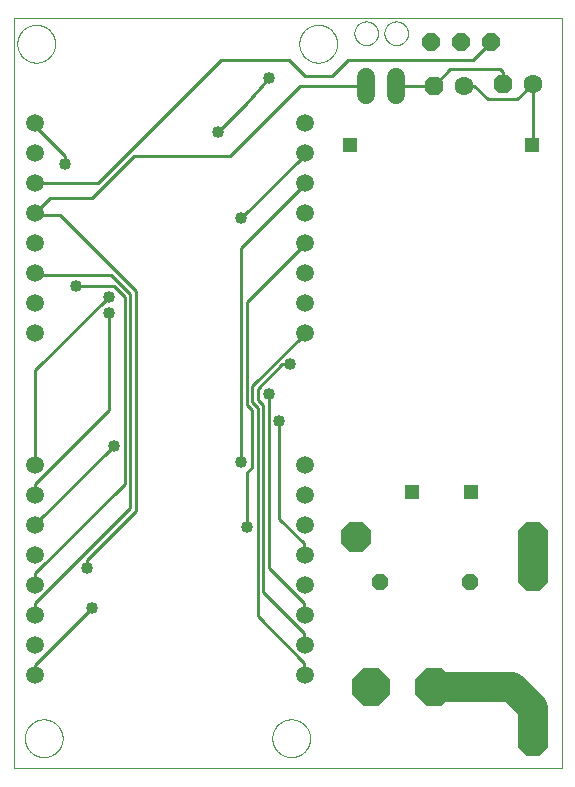
<source format=gtl>
G75*
%MOIN*%
%OFA0B0*%
%FSLAX25Y25*%
%IPPOS*%
%LPD*%
%AMOC8*
5,1,8,0,0,1.08239X$1,22.5*
%
%ADD10C,0.00000*%
%ADD11OC8,0.06300*%
%ADD12C,0.06300*%
%ADD13R,0.05150X0.05150*%
%ADD14C,0.06000*%
%ADD15C,0.05937*%
%ADD16OC8,0.12500*%
%ADD17OC8,0.05200*%
%ADD18OC8,0.10000*%
%ADD19OC8,0.06000*%
%ADD20C,0.10000*%
%ADD21C,0.01000*%
%ADD22C,0.04000*%
D10*
X0001000Y0001250D02*
X0001000Y0251211D01*
X0183701Y0251211D01*
X0183701Y0001250D01*
X0001000Y0001250D01*
X0004701Y0011250D02*
X0004703Y0011408D01*
X0004709Y0011566D01*
X0004719Y0011724D01*
X0004733Y0011882D01*
X0004751Y0012039D01*
X0004772Y0012196D01*
X0004798Y0012352D01*
X0004828Y0012508D01*
X0004861Y0012663D01*
X0004899Y0012816D01*
X0004940Y0012969D01*
X0004985Y0013121D01*
X0005034Y0013272D01*
X0005087Y0013421D01*
X0005143Y0013569D01*
X0005203Y0013715D01*
X0005267Y0013860D01*
X0005335Y0014003D01*
X0005406Y0014145D01*
X0005480Y0014285D01*
X0005558Y0014422D01*
X0005640Y0014558D01*
X0005724Y0014692D01*
X0005813Y0014823D01*
X0005904Y0014952D01*
X0005999Y0015079D01*
X0006096Y0015204D01*
X0006197Y0015326D01*
X0006301Y0015445D01*
X0006408Y0015562D01*
X0006518Y0015676D01*
X0006631Y0015787D01*
X0006746Y0015896D01*
X0006864Y0016001D01*
X0006985Y0016103D01*
X0007108Y0016203D01*
X0007234Y0016299D01*
X0007362Y0016392D01*
X0007492Y0016482D01*
X0007625Y0016568D01*
X0007760Y0016652D01*
X0007896Y0016731D01*
X0008035Y0016808D01*
X0008176Y0016880D01*
X0008318Y0016950D01*
X0008462Y0017015D01*
X0008608Y0017077D01*
X0008755Y0017135D01*
X0008904Y0017190D01*
X0009054Y0017241D01*
X0009205Y0017288D01*
X0009357Y0017331D01*
X0009510Y0017370D01*
X0009665Y0017406D01*
X0009820Y0017437D01*
X0009976Y0017465D01*
X0010132Y0017489D01*
X0010289Y0017509D01*
X0010447Y0017525D01*
X0010604Y0017537D01*
X0010763Y0017545D01*
X0010921Y0017549D01*
X0011079Y0017549D01*
X0011237Y0017545D01*
X0011396Y0017537D01*
X0011553Y0017525D01*
X0011711Y0017509D01*
X0011868Y0017489D01*
X0012024Y0017465D01*
X0012180Y0017437D01*
X0012335Y0017406D01*
X0012490Y0017370D01*
X0012643Y0017331D01*
X0012795Y0017288D01*
X0012946Y0017241D01*
X0013096Y0017190D01*
X0013245Y0017135D01*
X0013392Y0017077D01*
X0013538Y0017015D01*
X0013682Y0016950D01*
X0013824Y0016880D01*
X0013965Y0016808D01*
X0014104Y0016731D01*
X0014240Y0016652D01*
X0014375Y0016568D01*
X0014508Y0016482D01*
X0014638Y0016392D01*
X0014766Y0016299D01*
X0014892Y0016203D01*
X0015015Y0016103D01*
X0015136Y0016001D01*
X0015254Y0015896D01*
X0015369Y0015787D01*
X0015482Y0015676D01*
X0015592Y0015562D01*
X0015699Y0015445D01*
X0015803Y0015326D01*
X0015904Y0015204D01*
X0016001Y0015079D01*
X0016096Y0014952D01*
X0016187Y0014823D01*
X0016276Y0014692D01*
X0016360Y0014558D01*
X0016442Y0014422D01*
X0016520Y0014285D01*
X0016594Y0014145D01*
X0016665Y0014003D01*
X0016733Y0013860D01*
X0016797Y0013715D01*
X0016857Y0013569D01*
X0016913Y0013421D01*
X0016966Y0013272D01*
X0017015Y0013121D01*
X0017060Y0012969D01*
X0017101Y0012816D01*
X0017139Y0012663D01*
X0017172Y0012508D01*
X0017202Y0012352D01*
X0017228Y0012196D01*
X0017249Y0012039D01*
X0017267Y0011882D01*
X0017281Y0011724D01*
X0017291Y0011566D01*
X0017297Y0011408D01*
X0017299Y0011250D01*
X0017297Y0011092D01*
X0017291Y0010934D01*
X0017281Y0010776D01*
X0017267Y0010618D01*
X0017249Y0010461D01*
X0017228Y0010304D01*
X0017202Y0010148D01*
X0017172Y0009992D01*
X0017139Y0009837D01*
X0017101Y0009684D01*
X0017060Y0009531D01*
X0017015Y0009379D01*
X0016966Y0009228D01*
X0016913Y0009079D01*
X0016857Y0008931D01*
X0016797Y0008785D01*
X0016733Y0008640D01*
X0016665Y0008497D01*
X0016594Y0008355D01*
X0016520Y0008215D01*
X0016442Y0008078D01*
X0016360Y0007942D01*
X0016276Y0007808D01*
X0016187Y0007677D01*
X0016096Y0007548D01*
X0016001Y0007421D01*
X0015904Y0007296D01*
X0015803Y0007174D01*
X0015699Y0007055D01*
X0015592Y0006938D01*
X0015482Y0006824D01*
X0015369Y0006713D01*
X0015254Y0006604D01*
X0015136Y0006499D01*
X0015015Y0006397D01*
X0014892Y0006297D01*
X0014766Y0006201D01*
X0014638Y0006108D01*
X0014508Y0006018D01*
X0014375Y0005932D01*
X0014240Y0005848D01*
X0014104Y0005769D01*
X0013965Y0005692D01*
X0013824Y0005620D01*
X0013682Y0005550D01*
X0013538Y0005485D01*
X0013392Y0005423D01*
X0013245Y0005365D01*
X0013096Y0005310D01*
X0012946Y0005259D01*
X0012795Y0005212D01*
X0012643Y0005169D01*
X0012490Y0005130D01*
X0012335Y0005094D01*
X0012180Y0005063D01*
X0012024Y0005035D01*
X0011868Y0005011D01*
X0011711Y0004991D01*
X0011553Y0004975D01*
X0011396Y0004963D01*
X0011237Y0004955D01*
X0011079Y0004951D01*
X0010921Y0004951D01*
X0010763Y0004955D01*
X0010604Y0004963D01*
X0010447Y0004975D01*
X0010289Y0004991D01*
X0010132Y0005011D01*
X0009976Y0005035D01*
X0009820Y0005063D01*
X0009665Y0005094D01*
X0009510Y0005130D01*
X0009357Y0005169D01*
X0009205Y0005212D01*
X0009054Y0005259D01*
X0008904Y0005310D01*
X0008755Y0005365D01*
X0008608Y0005423D01*
X0008462Y0005485D01*
X0008318Y0005550D01*
X0008176Y0005620D01*
X0008035Y0005692D01*
X0007896Y0005769D01*
X0007760Y0005848D01*
X0007625Y0005932D01*
X0007492Y0006018D01*
X0007362Y0006108D01*
X0007234Y0006201D01*
X0007108Y0006297D01*
X0006985Y0006397D01*
X0006864Y0006499D01*
X0006746Y0006604D01*
X0006631Y0006713D01*
X0006518Y0006824D01*
X0006408Y0006938D01*
X0006301Y0007055D01*
X0006197Y0007174D01*
X0006096Y0007296D01*
X0005999Y0007421D01*
X0005904Y0007548D01*
X0005813Y0007677D01*
X0005724Y0007808D01*
X0005640Y0007942D01*
X0005558Y0008078D01*
X0005480Y0008215D01*
X0005406Y0008355D01*
X0005335Y0008497D01*
X0005267Y0008640D01*
X0005203Y0008785D01*
X0005143Y0008931D01*
X0005087Y0009079D01*
X0005034Y0009228D01*
X0004985Y0009379D01*
X0004940Y0009531D01*
X0004899Y0009684D01*
X0004861Y0009837D01*
X0004828Y0009992D01*
X0004798Y0010148D01*
X0004772Y0010304D01*
X0004751Y0010461D01*
X0004733Y0010618D01*
X0004719Y0010776D01*
X0004709Y0010934D01*
X0004703Y0011092D01*
X0004701Y0011250D01*
X0087201Y0011250D02*
X0087203Y0011408D01*
X0087209Y0011566D01*
X0087219Y0011724D01*
X0087233Y0011882D01*
X0087251Y0012039D01*
X0087272Y0012196D01*
X0087298Y0012352D01*
X0087328Y0012508D01*
X0087361Y0012663D01*
X0087399Y0012816D01*
X0087440Y0012969D01*
X0087485Y0013121D01*
X0087534Y0013272D01*
X0087587Y0013421D01*
X0087643Y0013569D01*
X0087703Y0013715D01*
X0087767Y0013860D01*
X0087835Y0014003D01*
X0087906Y0014145D01*
X0087980Y0014285D01*
X0088058Y0014422D01*
X0088140Y0014558D01*
X0088224Y0014692D01*
X0088313Y0014823D01*
X0088404Y0014952D01*
X0088499Y0015079D01*
X0088596Y0015204D01*
X0088697Y0015326D01*
X0088801Y0015445D01*
X0088908Y0015562D01*
X0089018Y0015676D01*
X0089131Y0015787D01*
X0089246Y0015896D01*
X0089364Y0016001D01*
X0089485Y0016103D01*
X0089608Y0016203D01*
X0089734Y0016299D01*
X0089862Y0016392D01*
X0089992Y0016482D01*
X0090125Y0016568D01*
X0090260Y0016652D01*
X0090396Y0016731D01*
X0090535Y0016808D01*
X0090676Y0016880D01*
X0090818Y0016950D01*
X0090962Y0017015D01*
X0091108Y0017077D01*
X0091255Y0017135D01*
X0091404Y0017190D01*
X0091554Y0017241D01*
X0091705Y0017288D01*
X0091857Y0017331D01*
X0092010Y0017370D01*
X0092165Y0017406D01*
X0092320Y0017437D01*
X0092476Y0017465D01*
X0092632Y0017489D01*
X0092789Y0017509D01*
X0092947Y0017525D01*
X0093104Y0017537D01*
X0093263Y0017545D01*
X0093421Y0017549D01*
X0093579Y0017549D01*
X0093737Y0017545D01*
X0093896Y0017537D01*
X0094053Y0017525D01*
X0094211Y0017509D01*
X0094368Y0017489D01*
X0094524Y0017465D01*
X0094680Y0017437D01*
X0094835Y0017406D01*
X0094990Y0017370D01*
X0095143Y0017331D01*
X0095295Y0017288D01*
X0095446Y0017241D01*
X0095596Y0017190D01*
X0095745Y0017135D01*
X0095892Y0017077D01*
X0096038Y0017015D01*
X0096182Y0016950D01*
X0096324Y0016880D01*
X0096465Y0016808D01*
X0096604Y0016731D01*
X0096740Y0016652D01*
X0096875Y0016568D01*
X0097008Y0016482D01*
X0097138Y0016392D01*
X0097266Y0016299D01*
X0097392Y0016203D01*
X0097515Y0016103D01*
X0097636Y0016001D01*
X0097754Y0015896D01*
X0097869Y0015787D01*
X0097982Y0015676D01*
X0098092Y0015562D01*
X0098199Y0015445D01*
X0098303Y0015326D01*
X0098404Y0015204D01*
X0098501Y0015079D01*
X0098596Y0014952D01*
X0098687Y0014823D01*
X0098776Y0014692D01*
X0098860Y0014558D01*
X0098942Y0014422D01*
X0099020Y0014285D01*
X0099094Y0014145D01*
X0099165Y0014003D01*
X0099233Y0013860D01*
X0099297Y0013715D01*
X0099357Y0013569D01*
X0099413Y0013421D01*
X0099466Y0013272D01*
X0099515Y0013121D01*
X0099560Y0012969D01*
X0099601Y0012816D01*
X0099639Y0012663D01*
X0099672Y0012508D01*
X0099702Y0012352D01*
X0099728Y0012196D01*
X0099749Y0012039D01*
X0099767Y0011882D01*
X0099781Y0011724D01*
X0099791Y0011566D01*
X0099797Y0011408D01*
X0099799Y0011250D01*
X0099797Y0011092D01*
X0099791Y0010934D01*
X0099781Y0010776D01*
X0099767Y0010618D01*
X0099749Y0010461D01*
X0099728Y0010304D01*
X0099702Y0010148D01*
X0099672Y0009992D01*
X0099639Y0009837D01*
X0099601Y0009684D01*
X0099560Y0009531D01*
X0099515Y0009379D01*
X0099466Y0009228D01*
X0099413Y0009079D01*
X0099357Y0008931D01*
X0099297Y0008785D01*
X0099233Y0008640D01*
X0099165Y0008497D01*
X0099094Y0008355D01*
X0099020Y0008215D01*
X0098942Y0008078D01*
X0098860Y0007942D01*
X0098776Y0007808D01*
X0098687Y0007677D01*
X0098596Y0007548D01*
X0098501Y0007421D01*
X0098404Y0007296D01*
X0098303Y0007174D01*
X0098199Y0007055D01*
X0098092Y0006938D01*
X0097982Y0006824D01*
X0097869Y0006713D01*
X0097754Y0006604D01*
X0097636Y0006499D01*
X0097515Y0006397D01*
X0097392Y0006297D01*
X0097266Y0006201D01*
X0097138Y0006108D01*
X0097008Y0006018D01*
X0096875Y0005932D01*
X0096740Y0005848D01*
X0096604Y0005769D01*
X0096465Y0005692D01*
X0096324Y0005620D01*
X0096182Y0005550D01*
X0096038Y0005485D01*
X0095892Y0005423D01*
X0095745Y0005365D01*
X0095596Y0005310D01*
X0095446Y0005259D01*
X0095295Y0005212D01*
X0095143Y0005169D01*
X0094990Y0005130D01*
X0094835Y0005094D01*
X0094680Y0005063D01*
X0094524Y0005035D01*
X0094368Y0005011D01*
X0094211Y0004991D01*
X0094053Y0004975D01*
X0093896Y0004963D01*
X0093737Y0004955D01*
X0093579Y0004951D01*
X0093421Y0004951D01*
X0093263Y0004955D01*
X0093104Y0004963D01*
X0092947Y0004975D01*
X0092789Y0004991D01*
X0092632Y0005011D01*
X0092476Y0005035D01*
X0092320Y0005063D01*
X0092165Y0005094D01*
X0092010Y0005130D01*
X0091857Y0005169D01*
X0091705Y0005212D01*
X0091554Y0005259D01*
X0091404Y0005310D01*
X0091255Y0005365D01*
X0091108Y0005423D01*
X0090962Y0005485D01*
X0090818Y0005550D01*
X0090676Y0005620D01*
X0090535Y0005692D01*
X0090396Y0005769D01*
X0090260Y0005848D01*
X0090125Y0005932D01*
X0089992Y0006018D01*
X0089862Y0006108D01*
X0089734Y0006201D01*
X0089608Y0006297D01*
X0089485Y0006397D01*
X0089364Y0006499D01*
X0089246Y0006604D01*
X0089131Y0006713D01*
X0089018Y0006824D01*
X0088908Y0006938D01*
X0088801Y0007055D01*
X0088697Y0007174D01*
X0088596Y0007296D01*
X0088499Y0007421D01*
X0088404Y0007548D01*
X0088313Y0007677D01*
X0088224Y0007808D01*
X0088140Y0007942D01*
X0088058Y0008078D01*
X0087980Y0008215D01*
X0087906Y0008355D01*
X0087835Y0008497D01*
X0087767Y0008640D01*
X0087703Y0008785D01*
X0087643Y0008931D01*
X0087587Y0009079D01*
X0087534Y0009228D01*
X0087485Y0009379D01*
X0087440Y0009531D01*
X0087399Y0009684D01*
X0087361Y0009837D01*
X0087328Y0009992D01*
X0087298Y0010148D01*
X0087272Y0010304D01*
X0087251Y0010461D01*
X0087233Y0010618D01*
X0087219Y0010776D01*
X0087209Y0010934D01*
X0087203Y0011092D01*
X0087201Y0011250D01*
X0096201Y0242750D02*
X0096203Y0242908D01*
X0096209Y0243066D01*
X0096219Y0243224D01*
X0096233Y0243382D01*
X0096251Y0243539D01*
X0096272Y0243696D01*
X0096298Y0243852D01*
X0096328Y0244008D01*
X0096361Y0244163D01*
X0096399Y0244316D01*
X0096440Y0244469D01*
X0096485Y0244621D01*
X0096534Y0244772D01*
X0096587Y0244921D01*
X0096643Y0245069D01*
X0096703Y0245215D01*
X0096767Y0245360D01*
X0096835Y0245503D01*
X0096906Y0245645D01*
X0096980Y0245785D01*
X0097058Y0245922D01*
X0097140Y0246058D01*
X0097224Y0246192D01*
X0097313Y0246323D01*
X0097404Y0246452D01*
X0097499Y0246579D01*
X0097596Y0246704D01*
X0097697Y0246826D01*
X0097801Y0246945D01*
X0097908Y0247062D01*
X0098018Y0247176D01*
X0098131Y0247287D01*
X0098246Y0247396D01*
X0098364Y0247501D01*
X0098485Y0247603D01*
X0098608Y0247703D01*
X0098734Y0247799D01*
X0098862Y0247892D01*
X0098992Y0247982D01*
X0099125Y0248068D01*
X0099260Y0248152D01*
X0099396Y0248231D01*
X0099535Y0248308D01*
X0099676Y0248380D01*
X0099818Y0248450D01*
X0099962Y0248515D01*
X0100108Y0248577D01*
X0100255Y0248635D01*
X0100404Y0248690D01*
X0100554Y0248741D01*
X0100705Y0248788D01*
X0100857Y0248831D01*
X0101010Y0248870D01*
X0101165Y0248906D01*
X0101320Y0248937D01*
X0101476Y0248965D01*
X0101632Y0248989D01*
X0101789Y0249009D01*
X0101947Y0249025D01*
X0102104Y0249037D01*
X0102263Y0249045D01*
X0102421Y0249049D01*
X0102579Y0249049D01*
X0102737Y0249045D01*
X0102896Y0249037D01*
X0103053Y0249025D01*
X0103211Y0249009D01*
X0103368Y0248989D01*
X0103524Y0248965D01*
X0103680Y0248937D01*
X0103835Y0248906D01*
X0103990Y0248870D01*
X0104143Y0248831D01*
X0104295Y0248788D01*
X0104446Y0248741D01*
X0104596Y0248690D01*
X0104745Y0248635D01*
X0104892Y0248577D01*
X0105038Y0248515D01*
X0105182Y0248450D01*
X0105324Y0248380D01*
X0105465Y0248308D01*
X0105604Y0248231D01*
X0105740Y0248152D01*
X0105875Y0248068D01*
X0106008Y0247982D01*
X0106138Y0247892D01*
X0106266Y0247799D01*
X0106392Y0247703D01*
X0106515Y0247603D01*
X0106636Y0247501D01*
X0106754Y0247396D01*
X0106869Y0247287D01*
X0106982Y0247176D01*
X0107092Y0247062D01*
X0107199Y0246945D01*
X0107303Y0246826D01*
X0107404Y0246704D01*
X0107501Y0246579D01*
X0107596Y0246452D01*
X0107687Y0246323D01*
X0107776Y0246192D01*
X0107860Y0246058D01*
X0107942Y0245922D01*
X0108020Y0245785D01*
X0108094Y0245645D01*
X0108165Y0245503D01*
X0108233Y0245360D01*
X0108297Y0245215D01*
X0108357Y0245069D01*
X0108413Y0244921D01*
X0108466Y0244772D01*
X0108515Y0244621D01*
X0108560Y0244469D01*
X0108601Y0244316D01*
X0108639Y0244163D01*
X0108672Y0244008D01*
X0108702Y0243852D01*
X0108728Y0243696D01*
X0108749Y0243539D01*
X0108767Y0243382D01*
X0108781Y0243224D01*
X0108791Y0243066D01*
X0108797Y0242908D01*
X0108799Y0242750D01*
X0108797Y0242592D01*
X0108791Y0242434D01*
X0108781Y0242276D01*
X0108767Y0242118D01*
X0108749Y0241961D01*
X0108728Y0241804D01*
X0108702Y0241648D01*
X0108672Y0241492D01*
X0108639Y0241337D01*
X0108601Y0241184D01*
X0108560Y0241031D01*
X0108515Y0240879D01*
X0108466Y0240728D01*
X0108413Y0240579D01*
X0108357Y0240431D01*
X0108297Y0240285D01*
X0108233Y0240140D01*
X0108165Y0239997D01*
X0108094Y0239855D01*
X0108020Y0239715D01*
X0107942Y0239578D01*
X0107860Y0239442D01*
X0107776Y0239308D01*
X0107687Y0239177D01*
X0107596Y0239048D01*
X0107501Y0238921D01*
X0107404Y0238796D01*
X0107303Y0238674D01*
X0107199Y0238555D01*
X0107092Y0238438D01*
X0106982Y0238324D01*
X0106869Y0238213D01*
X0106754Y0238104D01*
X0106636Y0237999D01*
X0106515Y0237897D01*
X0106392Y0237797D01*
X0106266Y0237701D01*
X0106138Y0237608D01*
X0106008Y0237518D01*
X0105875Y0237432D01*
X0105740Y0237348D01*
X0105604Y0237269D01*
X0105465Y0237192D01*
X0105324Y0237120D01*
X0105182Y0237050D01*
X0105038Y0236985D01*
X0104892Y0236923D01*
X0104745Y0236865D01*
X0104596Y0236810D01*
X0104446Y0236759D01*
X0104295Y0236712D01*
X0104143Y0236669D01*
X0103990Y0236630D01*
X0103835Y0236594D01*
X0103680Y0236563D01*
X0103524Y0236535D01*
X0103368Y0236511D01*
X0103211Y0236491D01*
X0103053Y0236475D01*
X0102896Y0236463D01*
X0102737Y0236455D01*
X0102579Y0236451D01*
X0102421Y0236451D01*
X0102263Y0236455D01*
X0102104Y0236463D01*
X0101947Y0236475D01*
X0101789Y0236491D01*
X0101632Y0236511D01*
X0101476Y0236535D01*
X0101320Y0236563D01*
X0101165Y0236594D01*
X0101010Y0236630D01*
X0100857Y0236669D01*
X0100705Y0236712D01*
X0100554Y0236759D01*
X0100404Y0236810D01*
X0100255Y0236865D01*
X0100108Y0236923D01*
X0099962Y0236985D01*
X0099818Y0237050D01*
X0099676Y0237120D01*
X0099535Y0237192D01*
X0099396Y0237269D01*
X0099260Y0237348D01*
X0099125Y0237432D01*
X0098992Y0237518D01*
X0098862Y0237608D01*
X0098734Y0237701D01*
X0098608Y0237797D01*
X0098485Y0237897D01*
X0098364Y0237999D01*
X0098246Y0238104D01*
X0098131Y0238213D01*
X0098018Y0238324D01*
X0097908Y0238438D01*
X0097801Y0238555D01*
X0097697Y0238674D01*
X0097596Y0238796D01*
X0097499Y0238921D01*
X0097404Y0239048D01*
X0097313Y0239177D01*
X0097224Y0239308D01*
X0097140Y0239442D01*
X0097058Y0239578D01*
X0096980Y0239715D01*
X0096906Y0239855D01*
X0096835Y0239997D01*
X0096767Y0240140D01*
X0096703Y0240285D01*
X0096643Y0240431D01*
X0096587Y0240579D01*
X0096534Y0240728D01*
X0096485Y0240879D01*
X0096440Y0241031D01*
X0096399Y0241184D01*
X0096361Y0241337D01*
X0096328Y0241492D01*
X0096298Y0241648D01*
X0096272Y0241804D01*
X0096251Y0241961D01*
X0096233Y0242118D01*
X0096219Y0242276D01*
X0096209Y0242434D01*
X0096203Y0242592D01*
X0096201Y0242750D01*
X0114563Y0246250D02*
X0114565Y0246375D01*
X0114571Y0246500D01*
X0114581Y0246624D01*
X0114595Y0246748D01*
X0114612Y0246872D01*
X0114634Y0246995D01*
X0114660Y0247117D01*
X0114689Y0247239D01*
X0114722Y0247359D01*
X0114760Y0247478D01*
X0114800Y0247597D01*
X0114845Y0247713D01*
X0114893Y0247828D01*
X0114945Y0247942D01*
X0115001Y0248054D01*
X0115060Y0248164D01*
X0115122Y0248272D01*
X0115188Y0248379D01*
X0115257Y0248483D01*
X0115330Y0248584D01*
X0115405Y0248684D01*
X0115484Y0248781D01*
X0115566Y0248875D01*
X0115651Y0248967D01*
X0115738Y0249056D01*
X0115829Y0249142D01*
X0115922Y0249225D01*
X0116018Y0249306D01*
X0116116Y0249383D01*
X0116216Y0249457D01*
X0116319Y0249528D01*
X0116424Y0249595D01*
X0116532Y0249660D01*
X0116641Y0249720D01*
X0116752Y0249778D01*
X0116865Y0249831D01*
X0116979Y0249881D01*
X0117095Y0249928D01*
X0117212Y0249970D01*
X0117331Y0250009D01*
X0117451Y0250045D01*
X0117572Y0250076D01*
X0117694Y0250104D01*
X0117816Y0250127D01*
X0117940Y0250147D01*
X0118064Y0250163D01*
X0118188Y0250175D01*
X0118313Y0250183D01*
X0118438Y0250187D01*
X0118562Y0250187D01*
X0118687Y0250183D01*
X0118812Y0250175D01*
X0118936Y0250163D01*
X0119060Y0250147D01*
X0119184Y0250127D01*
X0119306Y0250104D01*
X0119428Y0250076D01*
X0119549Y0250045D01*
X0119669Y0250009D01*
X0119788Y0249970D01*
X0119905Y0249928D01*
X0120021Y0249881D01*
X0120135Y0249831D01*
X0120248Y0249778D01*
X0120359Y0249720D01*
X0120469Y0249660D01*
X0120576Y0249595D01*
X0120681Y0249528D01*
X0120784Y0249457D01*
X0120884Y0249383D01*
X0120982Y0249306D01*
X0121078Y0249225D01*
X0121171Y0249142D01*
X0121262Y0249056D01*
X0121349Y0248967D01*
X0121434Y0248875D01*
X0121516Y0248781D01*
X0121595Y0248684D01*
X0121670Y0248584D01*
X0121743Y0248483D01*
X0121812Y0248379D01*
X0121878Y0248272D01*
X0121940Y0248164D01*
X0121999Y0248054D01*
X0122055Y0247942D01*
X0122107Y0247828D01*
X0122155Y0247713D01*
X0122200Y0247597D01*
X0122240Y0247478D01*
X0122278Y0247359D01*
X0122311Y0247239D01*
X0122340Y0247117D01*
X0122366Y0246995D01*
X0122388Y0246872D01*
X0122405Y0246748D01*
X0122419Y0246624D01*
X0122429Y0246500D01*
X0122435Y0246375D01*
X0122437Y0246250D01*
X0122435Y0246125D01*
X0122429Y0246000D01*
X0122419Y0245876D01*
X0122405Y0245752D01*
X0122388Y0245628D01*
X0122366Y0245505D01*
X0122340Y0245383D01*
X0122311Y0245261D01*
X0122278Y0245141D01*
X0122240Y0245022D01*
X0122200Y0244903D01*
X0122155Y0244787D01*
X0122107Y0244672D01*
X0122055Y0244558D01*
X0121999Y0244446D01*
X0121940Y0244336D01*
X0121878Y0244228D01*
X0121812Y0244121D01*
X0121743Y0244017D01*
X0121670Y0243916D01*
X0121595Y0243816D01*
X0121516Y0243719D01*
X0121434Y0243625D01*
X0121349Y0243533D01*
X0121262Y0243444D01*
X0121171Y0243358D01*
X0121078Y0243275D01*
X0120982Y0243194D01*
X0120884Y0243117D01*
X0120784Y0243043D01*
X0120681Y0242972D01*
X0120576Y0242905D01*
X0120468Y0242840D01*
X0120359Y0242780D01*
X0120248Y0242722D01*
X0120135Y0242669D01*
X0120021Y0242619D01*
X0119905Y0242572D01*
X0119788Y0242530D01*
X0119669Y0242491D01*
X0119549Y0242455D01*
X0119428Y0242424D01*
X0119306Y0242396D01*
X0119184Y0242373D01*
X0119060Y0242353D01*
X0118936Y0242337D01*
X0118812Y0242325D01*
X0118687Y0242317D01*
X0118562Y0242313D01*
X0118438Y0242313D01*
X0118313Y0242317D01*
X0118188Y0242325D01*
X0118064Y0242337D01*
X0117940Y0242353D01*
X0117816Y0242373D01*
X0117694Y0242396D01*
X0117572Y0242424D01*
X0117451Y0242455D01*
X0117331Y0242491D01*
X0117212Y0242530D01*
X0117095Y0242572D01*
X0116979Y0242619D01*
X0116865Y0242669D01*
X0116752Y0242722D01*
X0116641Y0242780D01*
X0116531Y0242840D01*
X0116424Y0242905D01*
X0116319Y0242972D01*
X0116216Y0243043D01*
X0116116Y0243117D01*
X0116018Y0243194D01*
X0115922Y0243275D01*
X0115829Y0243358D01*
X0115738Y0243444D01*
X0115651Y0243533D01*
X0115566Y0243625D01*
X0115484Y0243719D01*
X0115405Y0243816D01*
X0115330Y0243916D01*
X0115257Y0244017D01*
X0115188Y0244121D01*
X0115122Y0244228D01*
X0115060Y0244336D01*
X0115001Y0244446D01*
X0114945Y0244558D01*
X0114893Y0244672D01*
X0114845Y0244787D01*
X0114800Y0244903D01*
X0114760Y0245022D01*
X0114722Y0245141D01*
X0114689Y0245261D01*
X0114660Y0245383D01*
X0114634Y0245505D01*
X0114612Y0245628D01*
X0114595Y0245752D01*
X0114581Y0245876D01*
X0114571Y0246000D01*
X0114565Y0246125D01*
X0114563Y0246250D01*
X0124563Y0246250D02*
X0124565Y0246375D01*
X0124571Y0246500D01*
X0124581Y0246624D01*
X0124595Y0246748D01*
X0124612Y0246872D01*
X0124634Y0246995D01*
X0124660Y0247117D01*
X0124689Y0247239D01*
X0124722Y0247359D01*
X0124760Y0247478D01*
X0124800Y0247597D01*
X0124845Y0247713D01*
X0124893Y0247828D01*
X0124945Y0247942D01*
X0125001Y0248054D01*
X0125060Y0248164D01*
X0125122Y0248272D01*
X0125188Y0248379D01*
X0125257Y0248483D01*
X0125330Y0248584D01*
X0125405Y0248684D01*
X0125484Y0248781D01*
X0125566Y0248875D01*
X0125651Y0248967D01*
X0125738Y0249056D01*
X0125829Y0249142D01*
X0125922Y0249225D01*
X0126018Y0249306D01*
X0126116Y0249383D01*
X0126216Y0249457D01*
X0126319Y0249528D01*
X0126424Y0249595D01*
X0126532Y0249660D01*
X0126641Y0249720D01*
X0126752Y0249778D01*
X0126865Y0249831D01*
X0126979Y0249881D01*
X0127095Y0249928D01*
X0127212Y0249970D01*
X0127331Y0250009D01*
X0127451Y0250045D01*
X0127572Y0250076D01*
X0127694Y0250104D01*
X0127816Y0250127D01*
X0127940Y0250147D01*
X0128064Y0250163D01*
X0128188Y0250175D01*
X0128313Y0250183D01*
X0128438Y0250187D01*
X0128562Y0250187D01*
X0128687Y0250183D01*
X0128812Y0250175D01*
X0128936Y0250163D01*
X0129060Y0250147D01*
X0129184Y0250127D01*
X0129306Y0250104D01*
X0129428Y0250076D01*
X0129549Y0250045D01*
X0129669Y0250009D01*
X0129788Y0249970D01*
X0129905Y0249928D01*
X0130021Y0249881D01*
X0130135Y0249831D01*
X0130248Y0249778D01*
X0130359Y0249720D01*
X0130469Y0249660D01*
X0130576Y0249595D01*
X0130681Y0249528D01*
X0130784Y0249457D01*
X0130884Y0249383D01*
X0130982Y0249306D01*
X0131078Y0249225D01*
X0131171Y0249142D01*
X0131262Y0249056D01*
X0131349Y0248967D01*
X0131434Y0248875D01*
X0131516Y0248781D01*
X0131595Y0248684D01*
X0131670Y0248584D01*
X0131743Y0248483D01*
X0131812Y0248379D01*
X0131878Y0248272D01*
X0131940Y0248164D01*
X0131999Y0248054D01*
X0132055Y0247942D01*
X0132107Y0247828D01*
X0132155Y0247713D01*
X0132200Y0247597D01*
X0132240Y0247478D01*
X0132278Y0247359D01*
X0132311Y0247239D01*
X0132340Y0247117D01*
X0132366Y0246995D01*
X0132388Y0246872D01*
X0132405Y0246748D01*
X0132419Y0246624D01*
X0132429Y0246500D01*
X0132435Y0246375D01*
X0132437Y0246250D01*
X0132435Y0246125D01*
X0132429Y0246000D01*
X0132419Y0245876D01*
X0132405Y0245752D01*
X0132388Y0245628D01*
X0132366Y0245505D01*
X0132340Y0245383D01*
X0132311Y0245261D01*
X0132278Y0245141D01*
X0132240Y0245022D01*
X0132200Y0244903D01*
X0132155Y0244787D01*
X0132107Y0244672D01*
X0132055Y0244558D01*
X0131999Y0244446D01*
X0131940Y0244336D01*
X0131878Y0244228D01*
X0131812Y0244121D01*
X0131743Y0244017D01*
X0131670Y0243916D01*
X0131595Y0243816D01*
X0131516Y0243719D01*
X0131434Y0243625D01*
X0131349Y0243533D01*
X0131262Y0243444D01*
X0131171Y0243358D01*
X0131078Y0243275D01*
X0130982Y0243194D01*
X0130884Y0243117D01*
X0130784Y0243043D01*
X0130681Y0242972D01*
X0130576Y0242905D01*
X0130468Y0242840D01*
X0130359Y0242780D01*
X0130248Y0242722D01*
X0130135Y0242669D01*
X0130021Y0242619D01*
X0129905Y0242572D01*
X0129788Y0242530D01*
X0129669Y0242491D01*
X0129549Y0242455D01*
X0129428Y0242424D01*
X0129306Y0242396D01*
X0129184Y0242373D01*
X0129060Y0242353D01*
X0128936Y0242337D01*
X0128812Y0242325D01*
X0128687Y0242317D01*
X0128562Y0242313D01*
X0128438Y0242313D01*
X0128313Y0242317D01*
X0128188Y0242325D01*
X0128064Y0242337D01*
X0127940Y0242353D01*
X0127816Y0242373D01*
X0127694Y0242396D01*
X0127572Y0242424D01*
X0127451Y0242455D01*
X0127331Y0242491D01*
X0127212Y0242530D01*
X0127095Y0242572D01*
X0126979Y0242619D01*
X0126865Y0242669D01*
X0126752Y0242722D01*
X0126641Y0242780D01*
X0126531Y0242840D01*
X0126424Y0242905D01*
X0126319Y0242972D01*
X0126216Y0243043D01*
X0126116Y0243117D01*
X0126018Y0243194D01*
X0125922Y0243275D01*
X0125829Y0243358D01*
X0125738Y0243444D01*
X0125651Y0243533D01*
X0125566Y0243625D01*
X0125484Y0243719D01*
X0125405Y0243816D01*
X0125330Y0243916D01*
X0125257Y0244017D01*
X0125188Y0244121D01*
X0125122Y0244228D01*
X0125060Y0244336D01*
X0125001Y0244446D01*
X0124945Y0244558D01*
X0124893Y0244672D01*
X0124845Y0244787D01*
X0124800Y0244903D01*
X0124760Y0245022D01*
X0124722Y0245141D01*
X0124689Y0245261D01*
X0124660Y0245383D01*
X0124634Y0245505D01*
X0124612Y0245628D01*
X0124595Y0245752D01*
X0124581Y0245876D01*
X0124571Y0246000D01*
X0124565Y0246125D01*
X0124563Y0246250D01*
X0002201Y0242750D02*
X0002203Y0242908D01*
X0002209Y0243066D01*
X0002219Y0243224D01*
X0002233Y0243382D01*
X0002251Y0243539D01*
X0002272Y0243696D01*
X0002298Y0243852D01*
X0002328Y0244008D01*
X0002361Y0244163D01*
X0002399Y0244316D01*
X0002440Y0244469D01*
X0002485Y0244621D01*
X0002534Y0244772D01*
X0002587Y0244921D01*
X0002643Y0245069D01*
X0002703Y0245215D01*
X0002767Y0245360D01*
X0002835Y0245503D01*
X0002906Y0245645D01*
X0002980Y0245785D01*
X0003058Y0245922D01*
X0003140Y0246058D01*
X0003224Y0246192D01*
X0003313Y0246323D01*
X0003404Y0246452D01*
X0003499Y0246579D01*
X0003596Y0246704D01*
X0003697Y0246826D01*
X0003801Y0246945D01*
X0003908Y0247062D01*
X0004018Y0247176D01*
X0004131Y0247287D01*
X0004246Y0247396D01*
X0004364Y0247501D01*
X0004485Y0247603D01*
X0004608Y0247703D01*
X0004734Y0247799D01*
X0004862Y0247892D01*
X0004992Y0247982D01*
X0005125Y0248068D01*
X0005260Y0248152D01*
X0005396Y0248231D01*
X0005535Y0248308D01*
X0005676Y0248380D01*
X0005818Y0248450D01*
X0005962Y0248515D01*
X0006108Y0248577D01*
X0006255Y0248635D01*
X0006404Y0248690D01*
X0006554Y0248741D01*
X0006705Y0248788D01*
X0006857Y0248831D01*
X0007010Y0248870D01*
X0007165Y0248906D01*
X0007320Y0248937D01*
X0007476Y0248965D01*
X0007632Y0248989D01*
X0007789Y0249009D01*
X0007947Y0249025D01*
X0008104Y0249037D01*
X0008263Y0249045D01*
X0008421Y0249049D01*
X0008579Y0249049D01*
X0008737Y0249045D01*
X0008896Y0249037D01*
X0009053Y0249025D01*
X0009211Y0249009D01*
X0009368Y0248989D01*
X0009524Y0248965D01*
X0009680Y0248937D01*
X0009835Y0248906D01*
X0009990Y0248870D01*
X0010143Y0248831D01*
X0010295Y0248788D01*
X0010446Y0248741D01*
X0010596Y0248690D01*
X0010745Y0248635D01*
X0010892Y0248577D01*
X0011038Y0248515D01*
X0011182Y0248450D01*
X0011324Y0248380D01*
X0011465Y0248308D01*
X0011604Y0248231D01*
X0011740Y0248152D01*
X0011875Y0248068D01*
X0012008Y0247982D01*
X0012138Y0247892D01*
X0012266Y0247799D01*
X0012392Y0247703D01*
X0012515Y0247603D01*
X0012636Y0247501D01*
X0012754Y0247396D01*
X0012869Y0247287D01*
X0012982Y0247176D01*
X0013092Y0247062D01*
X0013199Y0246945D01*
X0013303Y0246826D01*
X0013404Y0246704D01*
X0013501Y0246579D01*
X0013596Y0246452D01*
X0013687Y0246323D01*
X0013776Y0246192D01*
X0013860Y0246058D01*
X0013942Y0245922D01*
X0014020Y0245785D01*
X0014094Y0245645D01*
X0014165Y0245503D01*
X0014233Y0245360D01*
X0014297Y0245215D01*
X0014357Y0245069D01*
X0014413Y0244921D01*
X0014466Y0244772D01*
X0014515Y0244621D01*
X0014560Y0244469D01*
X0014601Y0244316D01*
X0014639Y0244163D01*
X0014672Y0244008D01*
X0014702Y0243852D01*
X0014728Y0243696D01*
X0014749Y0243539D01*
X0014767Y0243382D01*
X0014781Y0243224D01*
X0014791Y0243066D01*
X0014797Y0242908D01*
X0014799Y0242750D01*
X0014797Y0242592D01*
X0014791Y0242434D01*
X0014781Y0242276D01*
X0014767Y0242118D01*
X0014749Y0241961D01*
X0014728Y0241804D01*
X0014702Y0241648D01*
X0014672Y0241492D01*
X0014639Y0241337D01*
X0014601Y0241184D01*
X0014560Y0241031D01*
X0014515Y0240879D01*
X0014466Y0240728D01*
X0014413Y0240579D01*
X0014357Y0240431D01*
X0014297Y0240285D01*
X0014233Y0240140D01*
X0014165Y0239997D01*
X0014094Y0239855D01*
X0014020Y0239715D01*
X0013942Y0239578D01*
X0013860Y0239442D01*
X0013776Y0239308D01*
X0013687Y0239177D01*
X0013596Y0239048D01*
X0013501Y0238921D01*
X0013404Y0238796D01*
X0013303Y0238674D01*
X0013199Y0238555D01*
X0013092Y0238438D01*
X0012982Y0238324D01*
X0012869Y0238213D01*
X0012754Y0238104D01*
X0012636Y0237999D01*
X0012515Y0237897D01*
X0012392Y0237797D01*
X0012266Y0237701D01*
X0012138Y0237608D01*
X0012008Y0237518D01*
X0011875Y0237432D01*
X0011740Y0237348D01*
X0011604Y0237269D01*
X0011465Y0237192D01*
X0011324Y0237120D01*
X0011182Y0237050D01*
X0011038Y0236985D01*
X0010892Y0236923D01*
X0010745Y0236865D01*
X0010596Y0236810D01*
X0010446Y0236759D01*
X0010295Y0236712D01*
X0010143Y0236669D01*
X0009990Y0236630D01*
X0009835Y0236594D01*
X0009680Y0236563D01*
X0009524Y0236535D01*
X0009368Y0236511D01*
X0009211Y0236491D01*
X0009053Y0236475D01*
X0008896Y0236463D01*
X0008737Y0236455D01*
X0008579Y0236451D01*
X0008421Y0236451D01*
X0008263Y0236455D01*
X0008104Y0236463D01*
X0007947Y0236475D01*
X0007789Y0236491D01*
X0007632Y0236511D01*
X0007476Y0236535D01*
X0007320Y0236563D01*
X0007165Y0236594D01*
X0007010Y0236630D01*
X0006857Y0236669D01*
X0006705Y0236712D01*
X0006554Y0236759D01*
X0006404Y0236810D01*
X0006255Y0236865D01*
X0006108Y0236923D01*
X0005962Y0236985D01*
X0005818Y0237050D01*
X0005676Y0237120D01*
X0005535Y0237192D01*
X0005396Y0237269D01*
X0005260Y0237348D01*
X0005125Y0237432D01*
X0004992Y0237518D01*
X0004862Y0237608D01*
X0004734Y0237701D01*
X0004608Y0237797D01*
X0004485Y0237897D01*
X0004364Y0237999D01*
X0004246Y0238104D01*
X0004131Y0238213D01*
X0004018Y0238324D01*
X0003908Y0238438D01*
X0003801Y0238555D01*
X0003697Y0238674D01*
X0003596Y0238796D01*
X0003499Y0238921D01*
X0003404Y0239048D01*
X0003313Y0239177D01*
X0003224Y0239308D01*
X0003140Y0239442D01*
X0003058Y0239578D01*
X0002980Y0239715D01*
X0002906Y0239855D01*
X0002835Y0239997D01*
X0002767Y0240140D01*
X0002703Y0240285D01*
X0002643Y0240431D01*
X0002587Y0240579D01*
X0002534Y0240728D01*
X0002485Y0240879D01*
X0002440Y0241031D01*
X0002399Y0241184D01*
X0002361Y0241337D01*
X0002328Y0241492D01*
X0002298Y0241648D01*
X0002272Y0241804D01*
X0002251Y0241961D01*
X0002233Y0242118D01*
X0002219Y0242276D01*
X0002209Y0242434D01*
X0002203Y0242592D01*
X0002201Y0242750D01*
D11*
X0141000Y0228750D03*
X0163972Y0229326D03*
D12*
X0173972Y0229326D03*
X0151000Y0228750D03*
D13*
X0173815Y0209124D03*
X0113185Y0209124D03*
X0133657Y0093376D03*
X0153343Y0093376D03*
D14*
X0128500Y0225750D02*
X0128500Y0231750D01*
X0118500Y0231750D02*
X0118500Y0225750D01*
D15*
X0098000Y0216250D03*
X0098000Y0206250D03*
X0098000Y0196250D03*
X0098000Y0186250D03*
X0098000Y0176250D03*
X0098000Y0166250D03*
X0098000Y0156250D03*
X0098000Y0146250D03*
X0098000Y0102250D03*
X0098000Y0092250D03*
X0098000Y0082250D03*
X0098000Y0072250D03*
X0098000Y0062250D03*
X0098000Y0052250D03*
X0098000Y0042250D03*
X0098000Y0032250D03*
X0008000Y0032250D03*
X0008000Y0042250D03*
X0008000Y0052250D03*
X0008000Y0062250D03*
X0008000Y0072250D03*
X0008000Y0082250D03*
X0008000Y0092250D03*
X0008000Y0102250D03*
X0008000Y0146250D03*
X0008000Y0156250D03*
X0008000Y0166250D03*
X0008000Y0176250D03*
X0008000Y0186250D03*
X0008000Y0196250D03*
X0008000Y0206250D03*
X0008000Y0216250D03*
D16*
X0120000Y0028250D03*
X0141000Y0028250D03*
D17*
X0153000Y0063250D03*
X0123000Y0063250D03*
D18*
X0115000Y0078250D03*
X0174000Y0078250D03*
X0174000Y0065250D03*
X0174000Y0010250D03*
D19*
X0160000Y0243250D03*
X0150000Y0243250D03*
X0140000Y0243250D03*
D20*
X0174000Y0078250D02*
X0174000Y0065250D01*
X0167000Y0028250D02*
X0141000Y0028250D01*
X0167000Y0028250D02*
X0174000Y0021250D01*
X0174000Y0010250D01*
D21*
X0098000Y0032250D02*
X0097679Y0032874D01*
X0097679Y0036488D01*
X0082319Y0051848D01*
X0082319Y0121421D01*
X0080512Y0123228D01*
X0080512Y0128650D01*
X0097679Y0145817D01*
X0098000Y0146250D01*
X0093161Y0135878D02*
X0090451Y0135878D01*
X0082319Y0127746D01*
X0082319Y0124132D01*
X0084126Y0122325D01*
X0084126Y0059980D01*
X0097679Y0046427D01*
X0097679Y0042813D01*
X0098000Y0042250D01*
X0098000Y0052250D02*
X0097679Y0052752D01*
X0097679Y0056366D01*
X0085933Y0068112D01*
X0085933Y0125939D01*
X0080512Y0120518D02*
X0078705Y0122325D01*
X0078705Y0156659D01*
X0097679Y0175634D01*
X0098000Y0176250D01*
X0097679Y0195512D02*
X0098000Y0196250D01*
X0097679Y0195512D02*
X0076898Y0174730D01*
X0076898Y0103350D01*
X0080512Y0101543D02*
X0078705Y0099736D01*
X0078705Y0081665D01*
X0089547Y0084376D02*
X0089547Y0116904D01*
X0080512Y0120518D02*
X0080512Y0101543D01*
X0089547Y0084376D02*
X0097679Y0076244D01*
X0097679Y0072630D01*
X0098000Y0072250D01*
X0041659Y0087087D02*
X0041659Y0160274D01*
X0016360Y0185573D01*
X0008228Y0185573D01*
X0008000Y0186250D01*
X0013000Y0191250D01*
X0027000Y0191250D01*
X0041000Y0205250D01*
X0073000Y0205250D01*
X0096500Y0228750D01*
X0118500Y0228750D01*
X0112272Y0237250D02*
X0154000Y0237250D01*
X0160000Y0243250D01*
X0163000Y0234250D02*
X0146500Y0234250D01*
X0141000Y0228750D01*
X0128500Y0228750D01*
X0112272Y0237250D02*
X0106973Y0231951D01*
X0098027Y0231951D01*
X0092728Y0237250D01*
X0070000Y0237250D01*
X0029000Y0196250D01*
X0008000Y0196250D01*
X0018167Y0202740D02*
X0018167Y0205451D01*
X0008228Y0215390D01*
X0008000Y0216250D01*
X0008000Y0166250D02*
X0008228Y0165695D01*
X0033528Y0165695D01*
X0039852Y0159370D01*
X0039852Y0087990D01*
X0008228Y0056366D01*
X0008228Y0052752D01*
X0008000Y0052250D01*
X0008000Y0062250D02*
X0008228Y0062691D01*
X0008228Y0066305D01*
X0038045Y0096122D01*
X0038045Y0158467D01*
X0034431Y0162081D01*
X0021781Y0162081D01*
X0032624Y0158467D02*
X0008228Y0134071D01*
X0008228Y0102447D01*
X0008000Y0102250D01*
X0008228Y0096122D02*
X0032624Y0120518D01*
X0032624Y0153045D01*
X0034431Y0108772D02*
X0008228Y0082569D01*
X0008000Y0082250D01*
X0008000Y0092250D02*
X0008228Y0092508D01*
X0008228Y0096122D01*
X0025396Y0070823D02*
X0041659Y0087087D01*
X0025396Y0070823D02*
X0025396Y0068112D01*
X0027203Y0054559D02*
X0008228Y0035585D01*
X0008228Y0032874D01*
X0008000Y0032250D01*
X0076898Y0184669D02*
X0097679Y0205451D01*
X0098000Y0206250D01*
X0078000Y0222250D02*
X0086000Y0231250D01*
X0078000Y0222250D02*
X0069000Y0213250D01*
X0151000Y0228750D02*
X0154500Y0228750D01*
X0159000Y0224250D01*
X0168896Y0224250D01*
X0173972Y0229326D01*
X0173972Y0209281D01*
X0173815Y0209124D01*
X0163972Y0229326D02*
X0163972Y0233278D01*
X0163000Y0234250D01*
D22*
X0093161Y0135878D03*
X0085933Y0125939D03*
X0089547Y0116904D03*
X0076898Y0103350D03*
X0078705Y0081665D03*
X0034431Y0108772D03*
X0025396Y0068112D03*
X0027203Y0054559D03*
X0032624Y0153045D03*
X0032624Y0158467D03*
X0021781Y0162081D03*
X0018167Y0202740D03*
X0069000Y0213250D03*
X0086000Y0231250D03*
X0076898Y0184669D03*
M02*

</source>
